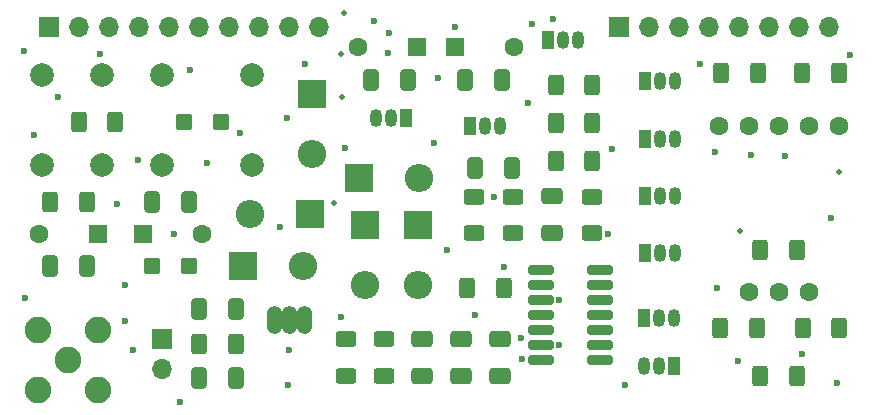
<source format=gbs>
G04 #@! TF.GenerationSoftware,KiCad,Pcbnew,8.0.0*
G04 #@! TF.CreationDate,2025-01-04T20:09:01+01:00*
G04 #@! TF.ProjectId,inzynierka,696e7a79-6e69-4657-926b-612e6b696361,rev?*
G04 #@! TF.SameCoordinates,Original*
G04 #@! TF.FileFunction,Soldermask,Bot*
G04 #@! TF.FilePolarity,Negative*
%FSLAX46Y46*%
G04 Gerber Fmt 4.6, Leading zero omitted, Abs format (unit mm)*
G04 Created by KiCad (PCBNEW 8.0.0) date 2025-01-04 20:09:01*
%MOMM*%
%LPD*%
G01*
G04 APERTURE LIST*
G04 Aperture macros list*
%AMRoundRect*
0 Rectangle with rounded corners*
0 $1 Rounding radius*
0 $2 $3 $4 $5 $6 $7 $8 $9 X,Y pos of 4 corners*
0 Add a 4 corners polygon primitive as box body*
4,1,4,$2,$3,$4,$5,$6,$7,$8,$9,$2,$3,0*
0 Add four circle primitives for the rounded corners*
1,1,$1+$1,$2,$3*
1,1,$1+$1,$4,$5*
1,1,$1+$1,$6,$7*
1,1,$1+$1,$8,$9*
0 Add four rect primitives between the rounded corners*
20,1,$1+$1,$2,$3,$4,$5,0*
20,1,$1+$1,$4,$5,$6,$7,0*
20,1,$1+$1,$6,$7,$8,$9,0*
20,1,$1+$1,$8,$9,$2,$3,0*%
G04 Aperture macros list end*
%ADD10C,0.001000*%
%ADD11R,2.400000X2.400000*%
%ADD12O,2.400000X2.400000*%
%ADD13R,1.600000X1.600000*%
%ADD14C,1.600000*%
%ADD15R,1.700000X1.700000*%
%ADD16O,1.700000X1.700000*%
%ADD17R,1.050000X1.500000*%
%ADD18O,1.050000X1.500000*%
%ADD19C,2.000000*%
%ADD20C,2.250000*%
%ADD21RoundRect,0.250000X-0.400000X-0.625000X0.400000X-0.625000X0.400000X0.625000X-0.400000X0.625000X0*%
%ADD22RoundRect,0.250000X-0.412500X-0.650000X0.412500X-0.650000X0.412500X0.650000X-0.412500X0.650000X0*%
%ADD23RoundRect,0.250000X0.400000X0.625000X-0.400000X0.625000X-0.400000X-0.625000X0.400000X-0.625000X0*%
%ADD24RoundRect,0.250000X0.412500X0.650000X-0.412500X0.650000X-0.412500X-0.650000X0.412500X-0.650000X0*%
%ADD25RoundRect,0.102000X-0.540000X-0.545000X0.540000X-0.545000X0.540000X0.545000X-0.540000X0.545000X0*%
%ADD26RoundRect,0.250000X-0.650000X0.412500X-0.650000X-0.412500X0.650000X-0.412500X0.650000X0.412500X0*%
%ADD27RoundRect,0.250000X0.625000X-0.400000X0.625000X0.400000X-0.625000X0.400000X-0.625000X-0.400000X0*%
%ADD28RoundRect,0.201000X0.886000X0.201000X-0.886000X0.201000X-0.886000X-0.201000X0.886000X-0.201000X0*%
%ADD29RoundRect,0.102000X0.540000X0.545000X-0.540000X0.545000X-0.540000X-0.545000X0.540000X-0.545000X0*%
%ADD30RoundRect,0.250000X-0.625000X0.400000X-0.625000X-0.400000X0.625000X-0.400000X0.625000X0.400000X0*%
%ADD31RoundRect,0.250000X0.650000X-0.412500X0.650000X0.412500X-0.650000X0.412500X-0.650000X-0.412500X0*%
%ADD32C,0.600000*%
%ADD33C,0.500000*%
G04 APERTURE END LIST*
D10*
X131132800Y-103739500D02*
X131163800Y-103743500D01*
X131195800Y-103748500D01*
X131225800Y-103755500D01*
X131256800Y-103763500D01*
X131286800Y-103773500D01*
X131315800Y-103785500D01*
X131344800Y-103798500D01*
X131372800Y-103812500D01*
X131399800Y-103828500D01*
X131425800Y-103846500D01*
X131451800Y-103865500D01*
X131475800Y-103885500D01*
X131498800Y-103906500D01*
X131520800Y-103928500D01*
X131541800Y-103952500D01*
X131561800Y-103977500D01*
X131579800Y-104002500D01*
X131596800Y-104029500D01*
X131612800Y-104057500D01*
X131626800Y-104085500D01*
X131638800Y-104114500D01*
X131649800Y-104143500D01*
X131659800Y-104173500D01*
X131667800Y-104204500D01*
X131673800Y-104235500D01*
X131678800Y-104266500D01*
X131681800Y-104297500D01*
X131682800Y-104329500D01*
X131682800Y-104357500D01*
X131682800Y-105357500D01*
X131682800Y-105385500D01*
X131681800Y-105417500D01*
X131678800Y-105448500D01*
X131673800Y-105479500D01*
X131667800Y-105510500D01*
X131659800Y-105541500D01*
X131649800Y-105571500D01*
X131638800Y-105600500D01*
X131626800Y-105629500D01*
X131612800Y-105657500D01*
X131596800Y-105685500D01*
X131579800Y-105712500D01*
X131561800Y-105737500D01*
X131541800Y-105762500D01*
X131520800Y-105786500D01*
X131498800Y-105808500D01*
X131475800Y-105829500D01*
X131451800Y-105849500D01*
X131425800Y-105868500D01*
X131399800Y-105886500D01*
X131372800Y-105902500D01*
X131344800Y-105916500D01*
X131315800Y-105929500D01*
X131286800Y-105941500D01*
X131256800Y-105951500D01*
X131225800Y-105959500D01*
X131195800Y-105966500D01*
X131163800Y-105971500D01*
X131132800Y-105975500D01*
X131097800Y-105977500D01*
X131062800Y-105975500D01*
X131031800Y-105971500D01*
X130999800Y-105966500D01*
X130969800Y-105959500D01*
X130938800Y-105951500D01*
X130908800Y-105941500D01*
X130879800Y-105929500D01*
X130850800Y-105916500D01*
X130822800Y-105902500D01*
X130795800Y-105886500D01*
X130769800Y-105868500D01*
X130743800Y-105849500D01*
X130719800Y-105829500D01*
X130696800Y-105808500D01*
X130674800Y-105786500D01*
X130653800Y-105762500D01*
X130633800Y-105737500D01*
X130615800Y-105712500D01*
X130598800Y-105685500D01*
X130582800Y-105657500D01*
X130568800Y-105629500D01*
X130556800Y-105600500D01*
X130545800Y-105571500D01*
X130535800Y-105541500D01*
X130527800Y-105510500D01*
X130521800Y-105479500D01*
X130516800Y-105448500D01*
X130513800Y-105417500D01*
X130512800Y-105385500D01*
X130512800Y-105357500D01*
X130512800Y-104357500D01*
X130512800Y-104329500D01*
X130513800Y-104297500D01*
X130516800Y-104266500D01*
X130521800Y-104235500D01*
X130527800Y-104204500D01*
X130535800Y-104173500D01*
X130545800Y-104143500D01*
X130556800Y-104114500D01*
X130568800Y-104085500D01*
X130582800Y-104057500D01*
X130598800Y-104029500D01*
X130615800Y-104002500D01*
X130633800Y-103977500D01*
X130653800Y-103952500D01*
X130674800Y-103928500D01*
X130696800Y-103906500D01*
X130719800Y-103885500D01*
X130743800Y-103865500D01*
X130769800Y-103846500D01*
X130795800Y-103828500D01*
X130822800Y-103812500D01*
X130850800Y-103798500D01*
X130879800Y-103785500D01*
X130908800Y-103773500D01*
X130938800Y-103763500D01*
X130969800Y-103755500D01*
X130999800Y-103748500D01*
X131031800Y-103743500D01*
X131062800Y-103739500D01*
X131097800Y-103737500D01*
X131132800Y-103739500D01*
G36*
X131132800Y-103739500D02*
G01*
X131163800Y-103743500D01*
X131195800Y-103748500D01*
X131225800Y-103755500D01*
X131256800Y-103763500D01*
X131286800Y-103773500D01*
X131315800Y-103785500D01*
X131344800Y-103798500D01*
X131372800Y-103812500D01*
X131399800Y-103828500D01*
X131425800Y-103846500D01*
X131451800Y-103865500D01*
X131475800Y-103885500D01*
X131498800Y-103906500D01*
X131520800Y-103928500D01*
X131541800Y-103952500D01*
X131561800Y-103977500D01*
X131579800Y-104002500D01*
X131596800Y-104029500D01*
X131612800Y-104057500D01*
X131626800Y-104085500D01*
X131638800Y-104114500D01*
X131649800Y-104143500D01*
X131659800Y-104173500D01*
X131667800Y-104204500D01*
X131673800Y-104235500D01*
X131678800Y-104266500D01*
X131681800Y-104297500D01*
X131682800Y-104329500D01*
X131682800Y-104357500D01*
X131682800Y-105357500D01*
X131682800Y-105385500D01*
X131681800Y-105417500D01*
X131678800Y-105448500D01*
X131673800Y-105479500D01*
X131667800Y-105510500D01*
X131659800Y-105541500D01*
X131649800Y-105571500D01*
X131638800Y-105600500D01*
X131626800Y-105629500D01*
X131612800Y-105657500D01*
X131596800Y-105685500D01*
X131579800Y-105712500D01*
X131561800Y-105737500D01*
X131541800Y-105762500D01*
X131520800Y-105786500D01*
X131498800Y-105808500D01*
X131475800Y-105829500D01*
X131451800Y-105849500D01*
X131425800Y-105868500D01*
X131399800Y-105886500D01*
X131372800Y-105902500D01*
X131344800Y-105916500D01*
X131315800Y-105929500D01*
X131286800Y-105941500D01*
X131256800Y-105951500D01*
X131225800Y-105959500D01*
X131195800Y-105966500D01*
X131163800Y-105971500D01*
X131132800Y-105975500D01*
X131097800Y-105977500D01*
X131062800Y-105975500D01*
X131031800Y-105971500D01*
X130999800Y-105966500D01*
X130969800Y-105959500D01*
X130938800Y-105951500D01*
X130908800Y-105941500D01*
X130879800Y-105929500D01*
X130850800Y-105916500D01*
X130822800Y-105902500D01*
X130795800Y-105886500D01*
X130769800Y-105868500D01*
X130743800Y-105849500D01*
X130719800Y-105829500D01*
X130696800Y-105808500D01*
X130674800Y-105786500D01*
X130653800Y-105762500D01*
X130633800Y-105737500D01*
X130615800Y-105712500D01*
X130598800Y-105685500D01*
X130582800Y-105657500D01*
X130568800Y-105629500D01*
X130556800Y-105600500D01*
X130545800Y-105571500D01*
X130535800Y-105541500D01*
X130527800Y-105510500D01*
X130521800Y-105479500D01*
X130516800Y-105448500D01*
X130513800Y-105417500D01*
X130512800Y-105385500D01*
X130512800Y-105357500D01*
X130512800Y-104357500D01*
X130512800Y-104329500D01*
X130513800Y-104297500D01*
X130516800Y-104266500D01*
X130521800Y-104235500D01*
X130527800Y-104204500D01*
X130535800Y-104173500D01*
X130545800Y-104143500D01*
X130556800Y-104114500D01*
X130568800Y-104085500D01*
X130582800Y-104057500D01*
X130598800Y-104029500D01*
X130615800Y-104002500D01*
X130633800Y-103977500D01*
X130653800Y-103952500D01*
X130674800Y-103928500D01*
X130696800Y-103906500D01*
X130719800Y-103885500D01*
X130743800Y-103865500D01*
X130769800Y-103846500D01*
X130795800Y-103828500D01*
X130822800Y-103812500D01*
X130850800Y-103798500D01*
X130879800Y-103785500D01*
X130908800Y-103773500D01*
X130938800Y-103763500D01*
X130969800Y-103755500D01*
X130999800Y-103748500D01*
X131031800Y-103743500D01*
X131062800Y-103739500D01*
X131097800Y-103737500D01*
X131132800Y-103739500D01*
G37*
X132402800Y-103739500D02*
X132433800Y-103743500D01*
X132465800Y-103748500D01*
X132495800Y-103755500D01*
X132526800Y-103763500D01*
X132556800Y-103773500D01*
X132585800Y-103785500D01*
X132614800Y-103798500D01*
X132642800Y-103812500D01*
X132669800Y-103828500D01*
X132695800Y-103846500D01*
X132721800Y-103865500D01*
X132745800Y-103885500D01*
X132768800Y-103906500D01*
X132790800Y-103928500D01*
X132811800Y-103952500D01*
X132831800Y-103977500D01*
X132849800Y-104002500D01*
X132866800Y-104029500D01*
X132882800Y-104057500D01*
X132896800Y-104085500D01*
X132908800Y-104114500D01*
X132919800Y-104143500D01*
X132929800Y-104173500D01*
X132937800Y-104204500D01*
X132943800Y-104235500D01*
X132948800Y-104266500D01*
X132951800Y-104297500D01*
X132952800Y-104329500D01*
X132952800Y-104357500D01*
X132952800Y-105357500D01*
X132952800Y-105385500D01*
X132951800Y-105417500D01*
X132948800Y-105448500D01*
X132943800Y-105479500D01*
X132937800Y-105510500D01*
X132929800Y-105541500D01*
X132919800Y-105571500D01*
X132908800Y-105600500D01*
X132896800Y-105629500D01*
X132882800Y-105657500D01*
X132866800Y-105685500D01*
X132849800Y-105712500D01*
X132831800Y-105737500D01*
X132811800Y-105762500D01*
X132790800Y-105786500D01*
X132768800Y-105808500D01*
X132745800Y-105829500D01*
X132721800Y-105849500D01*
X132695800Y-105868500D01*
X132669800Y-105886500D01*
X132642800Y-105902500D01*
X132614800Y-105916500D01*
X132585800Y-105929500D01*
X132556800Y-105941500D01*
X132526800Y-105951500D01*
X132495800Y-105959500D01*
X132465800Y-105966500D01*
X132433800Y-105971500D01*
X132402800Y-105975500D01*
X132367800Y-105977500D01*
X132332800Y-105975500D01*
X132301800Y-105971500D01*
X132269800Y-105966500D01*
X132239800Y-105959500D01*
X132208800Y-105951500D01*
X132178800Y-105941500D01*
X132149800Y-105929500D01*
X132120800Y-105916500D01*
X132092800Y-105902500D01*
X132065800Y-105886500D01*
X132039800Y-105868500D01*
X132013800Y-105849500D01*
X131989800Y-105829500D01*
X131966800Y-105808500D01*
X131944800Y-105786500D01*
X131923800Y-105762500D01*
X131903800Y-105737500D01*
X131885800Y-105712500D01*
X131868800Y-105685500D01*
X131852800Y-105657500D01*
X131838800Y-105629500D01*
X131826800Y-105600500D01*
X131815800Y-105571500D01*
X131805800Y-105541500D01*
X131797800Y-105510500D01*
X131791800Y-105479500D01*
X131786800Y-105448500D01*
X131783800Y-105417500D01*
X131782800Y-105385500D01*
X131782800Y-105357500D01*
X131782800Y-104357500D01*
X131782800Y-104329500D01*
X131783800Y-104297500D01*
X131786800Y-104266500D01*
X131791800Y-104235500D01*
X131797800Y-104204500D01*
X131805800Y-104173500D01*
X131815800Y-104143500D01*
X131826800Y-104114500D01*
X131838800Y-104085500D01*
X131852800Y-104057500D01*
X131868800Y-104029500D01*
X131885800Y-104002500D01*
X131903800Y-103977500D01*
X131923800Y-103952500D01*
X131944800Y-103928500D01*
X131966800Y-103906500D01*
X131989800Y-103885500D01*
X132013800Y-103865500D01*
X132039800Y-103846500D01*
X132065800Y-103828500D01*
X132092800Y-103812500D01*
X132120800Y-103798500D01*
X132149800Y-103785500D01*
X132178800Y-103773500D01*
X132208800Y-103763500D01*
X132239800Y-103755500D01*
X132269800Y-103748500D01*
X132301800Y-103743500D01*
X132332800Y-103739500D01*
X132367800Y-103737500D01*
X132402800Y-103739500D01*
G36*
X132402800Y-103739500D02*
G01*
X132433800Y-103743500D01*
X132465800Y-103748500D01*
X132495800Y-103755500D01*
X132526800Y-103763500D01*
X132556800Y-103773500D01*
X132585800Y-103785500D01*
X132614800Y-103798500D01*
X132642800Y-103812500D01*
X132669800Y-103828500D01*
X132695800Y-103846500D01*
X132721800Y-103865500D01*
X132745800Y-103885500D01*
X132768800Y-103906500D01*
X132790800Y-103928500D01*
X132811800Y-103952500D01*
X132831800Y-103977500D01*
X132849800Y-104002500D01*
X132866800Y-104029500D01*
X132882800Y-104057500D01*
X132896800Y-104085500D01*
X132908800Y-104114500D01*
X132919800Y-104143500D01*
X132929800Y-104173500D01*
X132937800Y-104204500D01*
X132943800Y-104235500D01*
X132948800Y-104266500D01*
X132951800Y-104297500D01*
X132952800Y-104329500D01*
X132952800Y-104357500D01*
X132952800Y-105357500D01*
X132952800Y-105385500D01*
X132951800Y-105417500D01*
X132948800Y-105448500D01*
X132943800Y-105479500D01*
X132937800Y-105510500D01*
X132929800Y-105541500D01*
X132919800Y-105571500D01*
X132908800Y-105600500D01*
X132896800Y-105629500D01*
X132882800Y-105657500D01*
X132866800Y-105685500D01*
X132849800Y-105712500D01*
X132831800Y-105737500D01*
X132811800Y-105762500D01*
X132790800Y-105786500D01*
X132768800Y-105808500D01*
X132745800Y-105829500D01*
X132721800Y-105849500D01*
X132695800Y-105868500D01*
X132669800Y-105886500D01*
X132642800Y-105902500D01*
X132614800Y-105916500D01*
X132585800Y-105929500D01*
X132556800Y-105941500D01*
X132526800Y-105951500D01*
X132495800Y-105959500D01*
X132465800Y-105966500D01*
X132433800Y-105971500D01*
X132402800Y-105975500D01*
X132367800Y-105977500D01*
X132332800Y-105975500D01*
X132301800Y-105971500D01*
X132269800Y-105966500D01*
X132239800Y-105959500D01*
X132208800Y-105951500D01*
X132178800Y-105941500D01*
X132149800Y-105929500D01*
X132120800Y-105916500D01*
X132092800Y-105902500D01*
X132065800Y-105886500D01*
X132039800Y-105868500D01*
X132013800Y-105849500D01*
X131989800Y-105829500D01*
X131966800Y-105808500D01*
X131944800Y-105786500D01*
X131923800Y-105762500D01*
X131903800Y-105737500D01*
X131885800Y-105712500D01*
X131868800Y-105685500D01*
X131852800Y-105657500D01*
X131838800Y-105629500D01*
X131826800Y-105600500D01*
X131815800Y-105571500D01*
X131805800Y-105541500D01*
X131797800Y-105510500D01*
X131791800Y-105479500D01*
X131786800Y-105448500D01*
X131783800Y-105417500D01*
X131782800Y-105385500D01*
X131782800Y-105357500D01*
X131782800Y-104357500D01*
X131782800Y-104329500D01*
X131783800Y-104297500D01*
X131786800Y-104266500D01*
X131791800Y-104235500D01*
X131797800Y-104204500D01*
X131805800Y-104173500D01*
X131815800Y-104143500D01*
X131826800Y-104114500D01*
X131838800Y-104085500D01*
X131852800Y-104057500D01*
X131868800Y-104029500D01*
X131885800Y-104002500D01*
X131903800Y-103977500D01*
X131923800Y-103952500D01*
X131944800Y-103928500D01*
X131966800Y-103906500D01*
X131989800Y-103885500D01*
X132013800Y-103865500D01*
X132039800Y-103846500D01*
X132065800Y-103828500D01*
X132092800Y-103812500D01*
X132120800Y-103798500D01*
X132149800Y-103785500D01*
X132178800Y-103773500D01*
X132208800Y-103763500D01*
X132239800Y-103755500D01*
X132269800Y-103748500D01*
X132301800Y-103743500D01*
X132332800Y-103739500D01*
X132367800Y-103737500D01*
X132402800Y-103739500D01*
G37*
X133672800Y-103739500D02*
X133703800Y-103743500D01*
X133735800Y-103748500D01*
X133765800Y-103755500D01*
X133796800Y-103763500D01*
X133826800Y-103773500D01*
X133855800Y-103785500D01*
X133884800Y-103798500D01*
X133912800Y-103812500D01*
X133939800Y-103828500D01*
X133965800Y-103846500D01*
X133991800Y-103865500D01*
X134015800Y-103885500D01*
X134038800Y-103906500D01*
X134060800Y-103928500D01*
X134081800Y-103952500D01*
X134101800Y-103977500D01*
X134119800Y-104002500D01*
X134136800Y-104029500D01*
X134152800Y-104057500D01*
X134166800Y-104085500D01*
X134178800Y-104114500D01*
X134189800Y-104143500D01*
X134199800Y-104173500D01*
X134207800Y-104204500D01*
X134213800Y-104235500D01*
X134218800Y-104266500D01*
X134221800Y-104297500D01*
X134222800Y-104329500D01*
X134222800Y-104357500D01*
X134222800Y-105357500D01*
X134222800Y-105385500D01*
X134221800Y-105417500D01*
X134218800Y-105448500D01*
X134213800Y-105479500D01*
X134207800Y-105510500D01*
X134199800Y-105541500D01*
X134189800Y-105571500D01*
X134178800Y-105600500D01*
X134166800Y-105629500D01*
X134152800Y-105657500D01*
X134136800Y-105685500D01*
X134119800Y-105712500D01*
X134101800Y-105737500D01*
X134081800Y-105762500D01*
X134060800Y-105786500D01*
X134038800Y-105808500D01*
X134015800Y-105829500D01*
X133991800Y-105849500D01*
X133965800Y-105868500D01*
X133939800Y-105886500D01*
X133912800Y-105902500D01*
X133884800Y-105916500D01*
X133855800Y-105929500D01*
X133826800Y-105941500D01*
X133796800Y-105951500D01*
X133765800Y-105959500D01*
X133735800Y-105966500D01*
X133703800Y-105971500D01*
X133672800Y-105975500D01*
X133637800Y-105977500D01*
X133602800Y-105975500D01*
X133571800Y-105971500D01*
X133539800Y-105966500D01*
X133509800Y-105959500D01*
X133478800Y-105951500D01*
X133448800Y-105941500D01*
X133419800Y-105929500D01*
X133390800Y-105916500D01*
X133362800Y-105902500D01*
X133335800Y-105886500D01*
X133309800Y-105868500D01*
X133283800Y-105849500D01*
X133259800Y-105829500D01*
X133236800Y-105808500D01*
X133214800Y-105786500D01*
X133193800Y-105762500D01*
X133173800Y-105737500D01*
X133155800Y-105712500D01*
X133138800Y-105685500D01*
X133122800Y-105657500D01*
X133108800Y-105629500D01*
X133096800Y-105600500D01*
X133085800Y-105571500D01*
X133075800Y-105541500D01*
X133067800Y-105510500D01*
X133061800Y-105479500D01*
X133056800Y-105448500D01*
X133053800Y-105417500D01*
X133052800Y-105385500D01*
X133052800Y-105357500D01*
X133052800Y-104357500D01*
X133052800Y-104329500D01*
X133053800Y-104297500D01*
X133056800Y-104266500D01*
X133061800Y-104235500D01*
X133067800Y-104204500D01*
X133075800Y-104173500D01*
X133085800Y-104143500D01*
X133096800Y-104114500D01*
X133108800Y-104085500D01*
X133122800Y-104057500D01*
X133138800Y-104029500D01*
X133155800Y-104002500D01*
X133173800Y-103977500D01*
X133193800Y-103952500D01*
X133214800Y-103928500D01*
X133236800Y-103906500D01*
X133259800Y-103885500D01*
X133283800Y-103865500D01*
X133309800Y-103846500D01*
X133335800Y-103828500D01*
X133362800Y-103812500D01*
X133390800Y-103798500D01*
X133419800Y-103785500D01*
X133448800Y-103773500D01*
X133478800Y-103763500D01*
X133509800Y-103755500D01*
X133539800Y-103748500D01*
X133571800Y-103743500D01*
X133602800Y-103739500D01*
X133637800Y-103737500D01*
X133672800Y-103739500D01*
G36*
X133672800Y-103739500D02*
G01*
X133703800Y-103743500D01*
X133735800Y-103748500D01*
X133765800Y-103755500D01*
X133796800Y-103763500D01*
X133826800Y-103773500D01*
X133855800Y-103785500D01*
X133884800Y-103798500D01*
X133912800Y-103812500D01*
X133939800Y-103828500D01*
X133965800Y-103846500D01*
X133991800Y-103865500D01*
X134015800Y-103885500D01*
X134038800Y-103906500D01*
X134060800Y-103928500D01*
X134081800Y-103952500D01*
X134101800Y-103977500D01*
X134119800Y-104002500D01*
X134136800Y-104029500D01*
X134152800Y-104057500D01*
X134166800Y-104085500D01*
X134178800Y-104114500D01*
X134189800Y-104143500D01*
X134199800Y-104173500D01*
X134207800Y-104204500D01*
X134213800Y-104235500D01*
X134218800Y-104266500D01*
X134221800Y-104297500D01*
X134222800Y-104329500D01*
X134222800Y-104357500D01*
X134222800Y-105357500D01*
X134222800Y-105385500D01*
X134221800Y-105417500D01*
X134218800Y-105448500D01*
X134213800Y-105479500D01*
X134207800Y-105510500D01*
X134199800Y-105541500D01*
X134189800Y-105571500D01*
X134178800Y-105600500D01*
X134166800Y-105629500D01*
X134152800Y-105657500D01*
X134136800Y-105685500D01*
X134119800Y-105712500D01*
X134101800Y-105737500D01*
X134081800Y-105762500D01*
X134060800Y-105786500D01*
X134038800Y-105808500D01*
X134015800Y-105829500D01*
X133991800Y-105849500D01*
X133965800Y-105868500D01*
X133939800Y-105886500D01*
X133912800Y-105902500D01*
X133884800Y-105916500D01*
X133855800Y-105929500D01*
X133826800Y-105941500D01*
X133796800Y-105951500D01*
X133765800Y-105959500D01*
X133735800Y-105966500D01*
X133703800Y-105971500D01*
X133672800Y-105975500D01*
X133637800Y-105977500D01*
X133602800Y-105975500D01*
X133571800Y-105971500D01*
X133539800Y-105966500D01*
X133509800Y-105959500D01*
X133478800Y-105951500D01*
X133448800Y-105941500D01*
X133419800Y-105929500D01*
X133390800Y-105916500D01*
X133362800Y-105902500D01*
X133335800Y-105886500D01*
X133309800Y-105868500D01*
X133283800Y-105849500D01*
X133259800Y-105829500D01*
X133236800Y-105808500D01*
X133214800Y-105786500D01*
X133193800Y-105762500D01*
X133173800Y-105737500D01*
X133155800Y-105712500D01*
X133138800Y-105685500D01*
X133122800Y-105657500D01*
X133108800Y-105629500D01*
X133096800Y-105600500D01*
X133085800Y-105571500D01*
X133075800Y-105541500D01*
X133067800Y-105510500D01*
X133061800Y-105479500D01*
X133056800Y-105448500D01*
X133053800Y-105417500D01*
X133052800Y-105385500D01*
X133052800Y-105357500D01*
X133052800Y-104357500D01*
X133052800Y-104329500D01*
X133053800Y-104297500D01*
X133056800Y-104266500D01*
X133061800Y-104235500D01*
X133067800Y-104204500D01*
X133075800Y-104173500D01*
X133085800Y-104143500D01*
X133096800Y-104114500D01*
X133108800Y-104085500D01*
X133122800Y-104057500D01*
X133138800Y-104029500D01*
X133155800Y-104002500D01*
X133173800Y-103977500D01*
X133193800Y-103952500D01*
X133214800Y-103928500D01*
X133236800Y-103906500D01*
X133259800Y-103885500D01*
X133283800Y-103865500D01*
X133309800Y-103846500D01*
X133335800Y-103828500D01*
X133362800Y-103812500D01*
X133390800Y-103798500D01*
X133419800Y-103785500D01*
X133448800Y-103773500D01*
X133478800Y-103763500D01*
X133509800Y-103755500D01*
X133539800Y-103748500D01*
X133571800Y-103743500D01*
X133602800Y-103739500D01*
X133637800Y-103737500D01*
X133672800Y-103739500D01*
G37*
D11*
X138250000Y-92900000D03*
D12*
X143330000Y-92900000D03*
D13*
X146400000Y-81780000D03*
D14*
X151400000Y-81780000D03*
D11*
X134350000Y-85770000D03*
D12*
X134350000Y-90850000D03*
D15*
X121600000Y-106525000D03*
D16*
X121600000Y-109065000D03*
D17*
X154330000Y-81200000D03*
D18*
X155600000Y-81200000D03*
X156870000Y-81200000D03*
D13*
X116200000Y-97600000D03*
D14*
X111200000Y-97600000D03*
D17*
X165000000Y-108800000D03*
D18*
X163730000Y-108800000D03*
X162460000Y-108800000D03*
D13*
X143200000Y-81780000D03*
D14*
X138200000Y-81780000D03*
D19*
X129230000Y-91750000D03*
X121610000Y-91750000D03*
X116530000Y-91750000D03*
X111450000Y-91750000D03*
X129230000Y-84130000D03*
X121610000Y-84130000D03*
X116530000Y-84130000D03*
X111450000Y-84130000D03*
D15*
X112040000Y-80100000D03*
D16*
X114580000Y-80100000D03*
X117120000Y-80100000D03*
X119660000Y-80100000D03*
X122200000Y-80100000D03*
X124740000Y-80100000D03*
X127280000Y-80100000D03*
X129820000Y-80100000D03*
X132360000Y-80100000D03*
X134900000Y-80100000D03*
D11*
X143300000Y-96860000D03*
D12*
X143300000Y-101940000D03*
D11*
X134150000Y-95940000D03*
D12*
X129070000Y-95940000D03*
D17*
X147680000Y-88500000D03*
D18*
X148950000Y-88500000D03*
X150220000Y-88500000D03*
D11*
X138800000Y-96860000D03*
D12*
X138800000Y-101940000D03*
D17*
X162530000Y-94360000D03*
D18*
X163800000Y-94360000D03*
X165070000Y-94360000D03*
D17*
X162530000Y-89560000D03*
D18*
X163800000Y-89560000D03*
X165070000Y-89560000D03*
D20*
X113640000Y-108280000D03*
X111100000Y-110820000D03*
X116180000Y-110820000D03*
X111100000Y-105740000D03*
X116180000Y-105740000D03*
D11*
X128480000Y-100340000D03*
D12*
X133560000Y-100340000D03*
D17*
X162460000Y-104700000D03*
D18*
X163730000Y-104700000D03*
X165000000Y-104700000D03*
D17*
X162500000Y-84700000D03*
D18*
X163770000Y-84700000D03*
X165040000Y-84700000D03*
D17*
X162500000Y-99200000D03*
D18*
X163770000Y-99200000D03*
X165040000Y-99200000D03*
D15*
X160300000Y-80100000D03*
D16*
X162840000Y-80100000D03*
X165380000Y-80100000D03*
X167920000Y-80100000D03*
X170460000Y-80100000D03*
X173000000Y-80100000D03*
X175540000Y-80100000D03*
X178080000Y-80100000D03*
D13*
X120000000Y-97600000D03*
D14*
X125000000Y-97600000D03*
D17*
X142300000Y-87800000D03*
D18*
X141030000Y-87800000D03*
X139760000Y-87800000D03*
D14*
X178900000Y-88500000D03*
X176360000Y-88500000D03*
X173820000Y-88500000D03*
X171280000Y-88500000D03*
X168740000Y-88500000D03*
X176360000Y-102500000D03*
X173820000Y-102500000D03*
X171280000Y-102500000D03*
D21*
X154950000Y-85000000D03*
X158050000Y-85000000D03*
D22*
X120737500Y-94900000D03*
X123862500Y-94900000D03*
X112137500Y-100300000D03*
X115262500Y-100300000D03*
D23*
X117650000Y-88160000D03*
X114550000Y-88160000D03*
D24*
X142462500Y-84550000D03*
X139337500Y-84550000D03*
D21*
X154950000Y-88200000D03*
X158050000Y-88200000D03*
D23*
X150550000Y-102200000D03*
X147450000Y-102200000D03*
D22*
X147287500Y-84550000D03*
X150412500Y-84550000D03*
D25*
X123875000Y-100300000D03*
X120725000Y-100300000D03*
D26*
X150200000Y-106537500D03*
X150200000Y-109662500D03*
D21*
X172250000Y-99000000D03*
X175350000Y-99000000D03*
X154950000Y-91400000D03*
X158050000Y-91400000D03*
X168850000Y-105600000D03*
X171950000Y-105600000D03*
X175790000Y-84000000D03*
X178890000Y-84000000D03*
D27*
X151313333Y-97550000D03*
X151313333Y-94450000D03*
D28*
X158685000Y-100640000D03*
X158685000Y-101910000D03*
X158685000Y-103180000D03*
X158685000Y-104450000D03*
X158685000Y-105720000D03*
X158685000Y-106990000D03*
X158685000Y-108260000D03*
X153735000Y-108260000D03*
X153735000Y-106990000D03*
X153735000Y-105720000D03*
X153735000Y-104450000D03*
X153735000Y-103180000D03*
X153735000Y-101910000D03*
X153735000Y-100640000D03*
D26*
X143655000Y-106537500D03*
X143655000Y-109662500D03*
D22*
X124737500Y-104000000D03*
X127862500Y-104000000D03*
D29*
X123452500Y-88160000D03*
X126602500Y-88160000D03*
D21*
X175850000Y-105600000D03*
X178950000Y-105600000D03*
D23*
X175350000Y-109600000D03*
X172250000Y-109600000D03*
D22*
X148137500Y-92000000D03*
X151262500Y-92000000D03*
D30*
X148000000Y-94450000D03*
X148000000Y-97550000D03*
D27*
X137200000Y-109620000D03*
X137200000Y-106520000D03*
D21*
X112150000Y-94900000D03*
X115250000Y-94900000D03*
X168950000Y-84000000D03*
X172050000Y-84000000D03*
D30*
X158000000Y-94450000D03*
X158000000Y-97550000D03*
D26*
X146927500Y-106537500D03*
X146927500Y-109662500D03*
D22*
X124737500Y-109800000D03*
X127862500Y-109800000D03*
D21*
X124750000Y-106900000D03*
X127850000Y-106900000D03*
D30*
X140412500Y-106520000D03*
X140412500Y-109620000D03*
D31*
X154656666Y-97562500D03*
X154656666Y-94437500D03*
D32*
X149700000Y-94450000D03*
X150600000Y-100400000D03*
X118500000Y-101900000D03*
X168600000Y-102200000D03*
X119580000Y-91360000D03*
D33*
X136170000Y-94950000D03*
D32*
X123100000Y-111800000D03*
X159730000Y-90400000D03*
X125460000Y-91570000D03*
X140780000Y-82330000D03*
X160780000Y-110360000D03*
X170400000Y-108400000D03*
X118440000Y-104960000D03*
X145700000Y-99000000D03*
X136800000Y-104600000D03*
D33*
X136840000Y-85990000D03*
D32*
X145000000Y-84400000D03*
X110800000Y-89200000D03*
X179890000Y-82430000D03*
X178770000Y-110190000D03*
X154740000Y-79430000D03*
X116400000Y-82400000D03*
D33*
X178900000Y-92350000D03*
X136740000Y-82370000D03*
D32*
X144630000Y-89930000D03*
X128180000Y-89080000D03*
X117800000Y-95100000D03*
X131610000Y-96990000D03*
X132300000Y-110400000D03*
D33*
X137050000Y-78860000D03*
D32*
X171510000Y-90920000D03*
X132200000Y-87800000D03*
X110030000Y-103040000D03*
X137070000Y-90320000D03*
X112790000Y-86020000D03*
X178250000Y-96250000D03*
X174370000Y-91040000D03*
X168420000Y-90630000D03*
X175800000Y-107800000D03*
D33*
X170560000Y-97360000D03*
D32*
X122600000Y-97600000D03*
X119160000Y-107420000D03*
X152580000Y-86550000D03*
X132400000Y-107470000D03*
X109960000Y-82110000D03*
X124010000Y-83700000D03*
X139530000Y-79600000D03*
X152930000Y-79800000D03*
X146380000Y-80120000D03*
X133750000Y-83190000D03*
X140870000Y-80580000D03*
X152000000Y-106390000D03*
X148150000Y-104450000D03*
X155200000Y-107000000D03*
X152100000Y-108200000D03*
X159400000Y-97600000D03*
X155200000Y-103200000D03*
X167150000Y-83260000D03*
M02*

</source>
